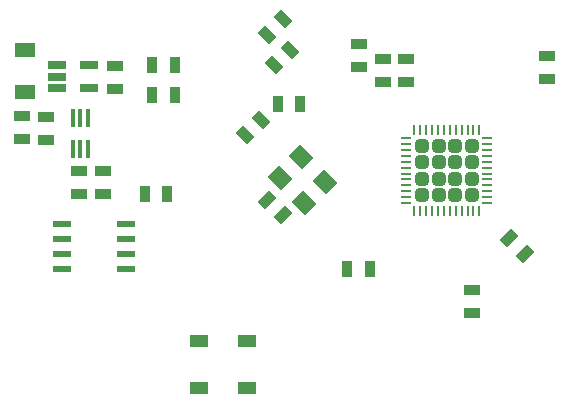
<source format=gbr>
%TF.GenerationSoftware,KiCad,Pcbnew,6.0.4-6f826c9f35~116~ubuntu20.04.1*%
%TF.CreationDate,2022-04-06T12:55:40+00:00*%
%TF.ProjectId,PROGLOG01A,50524f47-4c4f-4473-9031-412e6b696361,REV*%
%TF.SameCoordinates,Original*%
%TF.FileFunction,Paste,Bot*%
%TF.FilePolarity,Positive*%
%FSLAX46Y46*%
G04 Gerber Fmt 4.6, Leading zero omitted, Abs format (unit mm)*
G04 Created by KiCad (PCBNEW 6.0.4-6f826c9f35~116~ubuntu20.04.1) date 2022-04-06 12:55:40*
%MOMM*%
%LPD*%
G01*
G04 APERTURE LIST*
G04 Aperture macros list*
%AMRoundRect*
0 Rectangle with rounded corners*
0 $1 Rounding radius*
0 $2 $3 $4 $5 $6 $7 $8 $9 X,Y pos of 4 corners*
0 Add a 4 corners polygon primitive as box body*
4,1,4,$2,$3,$4,$5,$6,$7,$8,$9,$2,$3,0*
0 Add four circle primitives for the rounded corners*
1,1,$1+$1,$2,$3*
1,1,$1+$1,$4,$5*
1,1,$1+$1,$6,$7*
1,1,$1+$1,$8,$9*
0 Add four rect primitives between the rounded corners*
20,1,$1+$1,$2,$3,$4,$5,0*
20,1,$1+$1,$4,$5,$6,$7,0*
20,1,$1+$1,$6,$7,$8,$9,0*
20,1,$1+$1,$8,$9,$2,$3,0*%
%AMRotRect*
0 Rectangle, with rotation*
0 The origin of the aperture is its center*
0 $1 length*
0 $2 width*
0 $3 Rotation angle, in degrees counterclockwise*
0 Add horizontal line*
21,1,$1,$2,0,0,$3*%
G04 Aperture macros list end*
%ADD10RoundRect,0.250000X0.315000X-0.315000X0.315000X0.315000X-0.315000X0.315000X-0.315000X-0.315000X0*%
%ADD11RoundRect,0.062500X0.062500X-0.375000X0.062500X0.375000X-0.062500X0.375000X-0.062500X-0.375000X0*%
%ADD12RoundRect,0.062500X0.375000X-0.062500X0.375000X0.062500X-0.375000X0.062500X-0.375000X-0.062500X0*%
%ADD13R,1.397000X0.889000*%
%ADD14R,0.400000X1.500000*%
%ADD15R,1.560000X0.650000*%
%ADD16R,0.889000X1.397000*%
%ADD17RotRect,0.889000X1.397000X45.000000*%
%ADD18RotRect,1.600000X1.350000X135.000000*%
%ADD19R,1.500000X1.050000*%
%ADD20R,1.700000X1.300000*%
%ADD21R,1.550000X0.600000*%
%ADD22RotRect,0.889000X1.397000X135.000000*%
G04 APERTURE END LIST*
D10*
%TO.C,U4*%
X203191800Y-119654900D03*
X203191800Y-122454900D03*
X198991800Y-122454900D03*
X203191800Y-121054900D03*
X201791800Y-122454900D03*
X203191800Y-123854900D03*
X198991800Y-123854900D03*
X201791800Y-123854900D03*
X201791800Y-119654900D03*
X200391800Y-123854900D03*
X198991800Y-121054900D03*
X200391800Y-121054900D03*
X201791800Y-121054900D03*
X198991800Y-119654900D03*
X200391800Y-122454900D03*
X200391800Y-119654900D03*
D11*
X203841800Y-125192400D03*
X203341800Y-125192400D03*
X202841800Y-125192400D03*
X202341800Y-125192400D03*
X201841800Y-125192400D03*
X201341800Y-125192400D03*
X200841800Y-125192400D03*
X200341800Y-125192400D03*
X199841800Y-125192400D03*
X199341800Y-125192400D03*
X198841800Y-125192400D03*
X198341800Y-125192400D03*
D12*
X197654300Y-124504900D03*
X197654300Y-124004900D03*
X197654300Y-123504900D03*
X197654300Y-123004900D03*
X197654300Y-122504900D03*
X197654300Y-122004900D03*
X197654300Y-121504900D03*
X197654300Y-121004900D03*
X197654300Y-120504900D03*
X197654300Y-120004900D03*
X197654300Y-119504900D03*
X197654300Y-119004900D03*
D11*
X198341800Y-118317400D03*
X198841800Y-118317400D03*
X199341800Y-118317400D03*
X199841800Y-118317400D03*
X200341800Y-118317400D03*
X200841800Y-118317400D03*
X201341800Y-118317400D03*
X201841800Y-118317400D03*
X202341800Y-118317400D03*
X202841800Y-118317400D03*
X203341800Y-118317400D03*
X203841800Y-118317400D03*
D12*
X204529300Y-119004900D03*
X204529300Y-119504900D03*
X204529300Y-120004900D03*
X204529300Y-120504900D03*
X204529300Y-121004900D03*
X204529300Y-121504900D03*
X204529300Y-122004900D03*
X204529300Y-122504900D03*
X204529300Y-123004900D03*
X204529300Y-123504900D03*
X204529300Y-124004900D03*
X204529300Y-124504900D03*
%TD*%
D13*
%TO.C,C3*%
X165100000Y-117157500D03*
X165100000Y-119062500D03*
%TD*%
D14*
%TO.C,U1*%
X169403000Y-117288000D03*
X170053000Y-117288000D03*
X170703000Y-117288000D03*
X170703000Y-119948000D03*
X170053000Y-119948000D03*
X169403000Y-119948000D03*
%TD*%
D15*
%TO.C,U2*%
X168068000Y-114742000D03*
X168068000Y-113792000D03*
X168068000Y-112842000D03*
X170768000Y-112842000D03*
X170768000Y-114742000D03*
%TD*%
D13*
%TO.C,C4*%
X172974000Y-114808000D03*
X172974000Y-112903000D03*
%TD*%
D16*
%TO.C,R3*%
X176149000Y-112776000D03*
X178054000Y-112776000D03*
%TD*%
%TO.C,R2*%
X176149000Y-115316000D03*
X178054000Y-115316000D03*
%TD*%
D17*
%TO.C,R8*%
X185901762Y-110262238D03*
X187248800Y-108915200D03*
%TD*%
D13*
%TO.C,R10*%
X209550000Y-112077500D03*
X209550000Y-113982500D03*
%TD*%
D16*
%TO.C,R9*%
X192659000Y-130048000D03*
X194564000Y-130048000D03*
%TD*%
D13*
%TO.C,R5*%
X169926000Y-121793000D03*
X169926000Y-123698000D03*
%TD*%
D18*
%TO.C,X1*%
X188990421Y-124464188D03*
X186939812Y-122413579D03*
X188707579Y-120645812D03*
X190758188Y-122696421D03*
%TD*%
D13*
%TO.C,C1*%
X203200000Y-133781800D03*
X203200000Y-131876800D03*
%TD*%
%TO.C,C2*%
X167132000Y-117221000D03*
X167132000Y-119126000D03*
%TD*%
D17*
%TO.C,R7*%
X186460562Y-112853038D03*
X187807600Y-111506000D03*
%TD*%
D13*
%TO.C,R6*%
X171958000Y-121793000D03*
X171958000Y-123698000D03*
%TD*%
D19*
%TO.C,D3*%
X180086000Y-136176000D03*
X180086000Y-140176000D03*
%TD*%
%TO.C,D2*%
X184150000Y-136176000D03*
X184150000Y-140176000D03*
%TD*%
D20*
%TO.C,D1*%
X165354000Y-115062000D03*
X165354000Y-111562000D03*
%TD*%
D13*
%TO.C,C6*%
X195707000Y-114236500D03*
X195707000Y-112331500D03*
%TD*%
%TO.C,C5*%
X193675000Y-112953800D03*
X193675000Y-111048800D03*
%TD*%
D17*
%TO.C,C9*%
X184035281Y-118783519D03*
X185382319Y-117436481D03*
%TD*%
D21*
%TO.C,U3*%
X168480760Y-130060700D03*
X168480760Y-128790700D03*
X168480760Y-127520700D03*
X168480760Y-126250700D03*
X173880760Y-126250700D03*
X173880760Y-127520700D03*
X173880760Y-128790700D03*
X173880760Y-130060700D03*
%TD*%
D16*
%TO.C,R1*%
X177419000Y-123698000D03*
X175514000Y-123698000D03*
%TD*%
D22*
%TO.C,C10*%
X207695800Y-128778000D03*
X206348762Y-127430962D03*
%TD*%
%TO.C,C7*%
X187211538Y-125553038D03*
X185864500Y-124206000D03*
%TD*%
D16*
%TO.C,C8*%
X186791600Y-116078000D03*
X188696600Y-116078000D03*
%TD*%
D13*
%TO.C,R4*%
X197612000Y-114236500D03*
X197612000Y-112331500D03*
%TD*%
M02*

</source>
